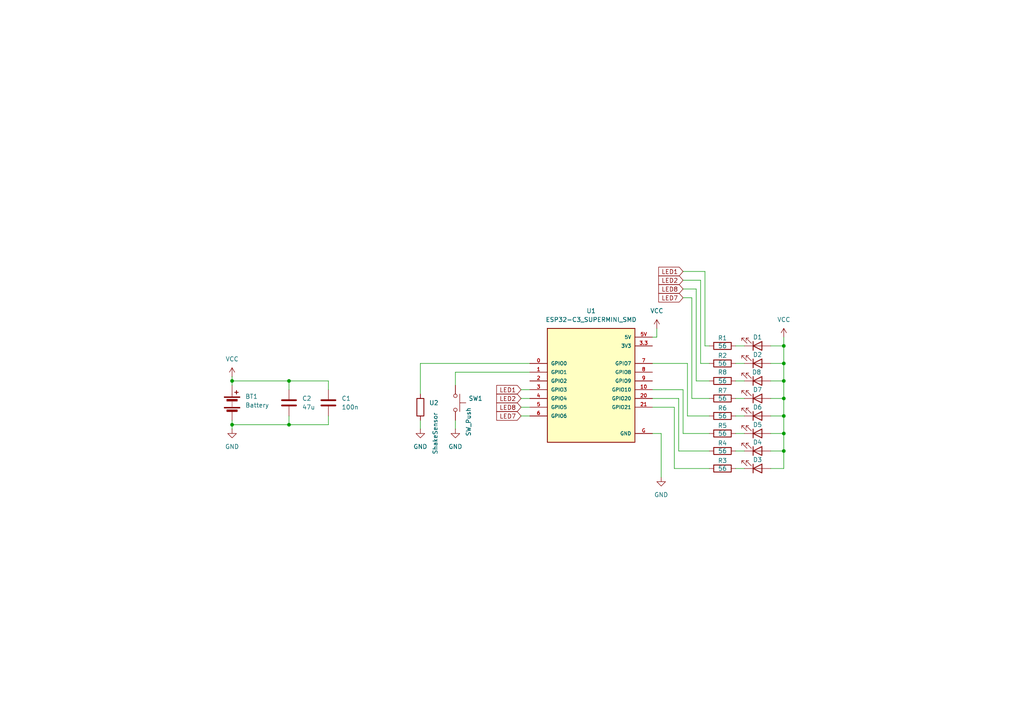
<source format=kicad_sch>
(kicad_sch (version 20250114) (generator "eeschema") (generator_version "9.0")
  (paper "A4")
  (title_block (title "hakkā board") (date "2025-09-24") (rev "0.5"))
  (lib_symbols
    (symbol "Device:Battery" (pin_numbers (hide yes)) (pin_names (offset 0) (hide yes))
      (property "Reference" "BT" (at 2.54 2.54 0))
      (property "Value" "Battery" (at 2.54 0 0))
      (symbol "Battery_0_1"
        (rectangle (start -2.286 1.778) (end 2.286 1.524) (fill (type outline)))
        (rectangle (start -2.286 -1.27) (end 2.286 -1.524) (fill (type outline)))
        (rectangle (start -1.524 1.016) (end 1.524 0.508) (fill (type outline)))
        (rectangle (start -1.524 -2.032) (end 1.524 -2.54) (fill (type outline)))
        (polyline (pts (xy 0 1.778) (xy 0 2.54)))
        (polyline (pts (xy 0 0) (xy 0 0.254)))
        (polyline (pts (xy 0 -0.508) (xy 0 -0.254)))
        (polyline (pts (xy 0 -1.016) (xy 0 -0.762)))
        (polyline (pts (xy 0.762 3.048) (xy 1.778 3.048)) (stroke (width 0.254)))
        (polyline (pts (xy 1.27 3.556) (xy 1.27 2.54)) (stroke (width 0.254)))
      )
      (symbol "Battery_1_1"
        (pin passive line (at 0 5.08 270) (length 2.54) (name "+") (number "1"))
        (pin passive line (at 0 -5.08 90) (length 2.54) (name "-") (number "2"))
      )
    )
    (symbol "Device:C" (pin_numbers (hide yes)) (pin_names (offset 0.254))
      (property "Reference" "C" (at 0.635 2.54 0))
      (property "Value" "C" (at 0.635 -2.54 0))
      (symbol "C_0_1"
        (polyline (pts (xy -2.032 0.762) (xy 2.032 0.762)) (stroke (width 0.508)))
        (polyline (pts (xy -2.032 -0.762) (xy 2.032 -0.762)) (stroke (width 0.508)))
      )
      (symbol "C_1_1"
        (pin passive line (at 0 3.81 270) (length 2.794) (name "~") (number "1"))
        (pin passive line (at 0 -3.81 90) (length 2.794) (name "~") (number "2"))
      )
    )
    (symbol "Device:LED" (pin_numbers (hide yes)) (pin_names (offset 1.016) (hide yes))
      (property "Reference" "D" (at 0 2.54 0))
      (property "Value" "LED" (at 0 -2.54 0))
      (symbol "LED_0_1"
        (polyline (pts (xy -3.048 -0.762) (xy -4.572 -2.286) (xy -3.81 -2.286) (xy -4.572 -2.286) (xy -4.572 -1.524)))
        (polyline (pts (xy -1.778 -0.762) (xy -3.302 -2.286) (xy -2.54 -2.286) (xy -3.302 -2.286) (xy -3.302 -1.524)))
        (polyline (pts (xy -1.27 0) (xy 1.27 0)))
        (polyline (pts (xy -1.27 -1.27) (xy -1.27 1.27)) (stroke (width 0.254)))
        (polyline (pts (xy 1.27 -1.27) (xy 1.27 1.27) (xy -1.27 0) (xy 1.27 -1.27)) (stroke (width 0.254)))
      )
      (symbol "LED_1_1"
        (pin passive line (at -3.81 0 0) (length 2.54) (name "K") (number "1"))
        (pin passive line (at 3.81 0 180) (length 2.54) (name "A") (number "2"))
      )
    )
    (symbol "Device:R" (pin_numbers (hide yes)) (pin_names (offset 0))
      (property "Reference" "R" (at 2.032 0 90))
      (property "Value" "R" (at 0 0 90))
      (symbol "R_0_1"
        (rectangle (start -1.016 -2.54) (end 1.016 2.54) (stroke (width 0.254)))
      )
      (symbol "R_1_1"
        (pin passive line (at 0 3.81 270) (length 1.27) (name "~") (number "1"))
        (pin passive line (at 0 -3.81 90) (length 1.27) (name "~") (number "2"))
      )
    )
    (symbol "ESP32-C3_SUPERMINI_SMD:ESP32-C3_SUPERMINI_SMD" (pin_names (offset 1.016))
      (property "Reference" "U" (at -12.7 16.002 0))
      (property "Value" "ESP32-C3_SUPERMINI_SMD" (at -12.7 -20.32 0))
      (symbol "ESP32-C3_SUPERMINI_SMD_0_0"
        (rectangle (start -12.7 -17.78) (end 12.7 15.24) (stroke (width 0.254)) (fill (type background)))
        (pin bidirectional line (at -17.78 5.08 0) (length 5.08) (name "GPIO0") (number "0"))
        (pin bidirectional line (at -17.78 2.54 0) (length 5.08) (name "GPIO1") (number "1"))
        (pin bidirectional line (at -17.78 0 0) (length 5.08) (name "GPIO2") (number "2"))
        (pin bidirectional line (at -17.78 -2.54 0) (length 5.08) (name "GPIO3") (number "3"))
        (pin bidirectional line (at -17.78 -5.08 0) (length 5.08) (name "GPIO4") (number "4"))
        (pin bidirectional line (at -17.78 -7.62 0) (length 5.08) (name "GPIO5") (number "5"))
        (pin bidirectional line (at -17.78 -10.16 0) (length 5.08) (name "GPIO6") (number "6"))
        (pin power_in line (at 17.78 12.7 180) (length 5.08) (name "5V") (number "5V"))
        (pin power_in line (at 17.78 10.16 180) (length 5.08) (name "3V3") (number "3.3"))
        (pin bidirectional line (at 17.78 5.08 180) (length 5.08) (name "GPIO7") (number "7"))
        (pin bidirectional line (at 17.78 2.54 180) (length 5.08) (name "GPIO8") (number "8"))
        (pin bidirectional line (at 17.78 0 180) (length 5.08) (name "GPIO9") (number "9"))
        (pin bidirectional line (at 17.78 -2.54 180) (length 5.08) (name "GPIO10") (number "10"))
        (pin bidirectional line (at 17.78 -5.08 180) (length 5.08) (name "GPIO20") (number "20"))
        (pin bidirectional line (at 17.78 -7.62 180) (length 5.08) (name "GPIO21") (number "21"))
        (pin power_in line (at 17.78 -15.24 180) (length 5.08) (name "GND") (number "G"))
      )
    )
    (symbol "Switch:SW_Push" (pin_numbers (hide yes)) (pin_names (offset 1.016) (hide yes))
      (property "Reference" "SW" (at 1.27 2.54 0))
      (property "Value" "SW_Push" (at 0 -1.524 0))
      (symbol "SW_Push_0_1"
        (circle (center -2.032 0) (radius 0.508))
        (polyline (pts (xy 0 1.27) (xy 0 3.048)))
        (circle (center 2.032 0) (radius 0.508))
        (polyline (pts (xy 2.54 1.27) (xy -2.54 1.27)))
        (pin passive line (at -5.08 0 0) (length 2.54) (name "1") (number "1"))
        (pin passive line (at 5.08 0 180) (length 2.54) (name "2") (number "2"))
      )
    )
    (symbol "power:GND" (power) (pin_numbers (hide yes)) (pin_names (offset 0) (hide yes))
      (property "Value" "GND" (at 0 -3.81 0))
      (symbol "GND_0_1"
        (polyline (pts (xy 0 0) (xy 0 -1.27) (xy 1.27 -1.27) (xy 0 -2.54) (xy -1.27 -1.27) (xy 0 -1.27)))
      )
      (symbol "GND_1_1"
        (pin power_in line (at 0 0 270) (length 0) (name "~") (number "1"))
      )
    )
    (symbol "power:VCC" (power) (pin_numbers (hide yes)) (pin_names (offset 0) (hide yes))
      (property "Value" "VCC" (at 0 3.556 0))
      (symbol "VCC_0_1"
        (polyline (pts (xy -0.762 1.27) (xy 0 2.54)))
        (polyline (pts (xy 0 2.54) (xy 0.762 1.27)))
        (polyline (pts (xy 0 0) (xy 0 2.54)))
      )
      (symbol "VCC_1_1"
        (pin power_in line (at 0 0 90) (length 0) (name "~") (number "1"))
      )
    )
  )
  (junction (at 83.82 123.19))
  (junction (at 227.33 105.41))
  (junction (at 227.33 115.57))
  (junction (at 227.33 110.49))
  (junction (at 227.33 100.33))
  (junction (at 227.33 125.73))
  (junction (at 227.33 130.81))
  (junction (at 67.31 123.19))
  (junction (at 227.33 120.65))
  (junction (at 67.31 110.49))
  (junction (at 83.82 110.49))
  (wire (pts (xy 196.85 130.81) (xy 196.85 115.57)))
  (wire (pts (xy 67.31 110.49) (xy 83.82 110.49)))
  (wire (pts (xy 189.23 118.11) (xy 195.58 118.11)))
  (wire (pts (xy 200.66 86.36) (xy 200.66 115.57)))
  (wire (pts (xy 151.13 118.11) (xy 153.67 118.11)))
  (wire (pts (xy 151.13 120.65) (xy 153.67 120.65)))
  (wire (pts (xy 215.9 110.49) (xy 213.36 110.49)))
  (wire (pts (xy 201.93 83.82) (xy 198.12 83.82)))
  (wire (pts (xy 215.9 100.33) (xy 213.36 100.33)))
  (wire (pts (xy 83.82 123.19) (xy 83.82 120.65)))
  (wire (pts (xy 132.08 121.92) (xy 132.08 124.46)))
  (wire (pts (xy 227.33 130.81) (xy 227.33 125.73)))
  (wire (pts (xy 67.31 123.19) (xy 67.31 124.46)))
  (wire (pts (xy 227.33 135.89) (xy 223.52 135.89)))
  (wire (pts (xy 151.13 113.03) (xy 153.67 113.03)))
  (wire (pts (xy 67.31 121.92) (xy 67.31 123.19)))
  (wire (pts (xy 189.23 125.73) (xy 191.77 125.73)))
  (wire (pts (xy 203.2 81.28) (xy 198.12 81.28)))
  (wire (pts (xy 227.33 105.41) (xy 227.33 110.49)))
  (wire (pts (xy 215.9 130.81) (xy 213.36 130.81)))
  (wire (pts (xy 200.66 86.36) (xy 198.12 86.36)))
  (wire (pts (xy 205.74 110.49) (xy 201.93 110.49)))
  (wire (pts (xy 198.12 113.03) (xy 198.12 125.73)))
  (wire (pts (xy 198.12 125.73) (xy 205.74 125.73)))
  (wire (pts (xy 121.92 121.92) (xy 121.92 124.46)))
  (wire (pts (xy 203.2 105.41) (xy 203.2 81.28)))
  (wire (pts (xy 83.82 110.49) (xy 83.82 113.03)))
  (wire (pts (xy 227.33 100.33) (xy 227.33 97.79)))
  (wire (pts (xy 227.33 120.65) (xy 223.52 120.65)))
  (wire (pts (xy 199.39 105.41) (xy 199.39 120.65)))
  (wire (pts (xy 189.23 113.03) (xy 198.12 113.03)))
  (wire (pts (xy 215.9 135.89) (xy 213.36 135.89)))
  (wire (pts (xy 191.77 125.73) (xy 191.77 138.43)))
  (wire (pts (xy 67.31 110.49) (xy 67.31 111.76)))
  (wire (pts (xy 227.33 110.49) (xy 223.52 110.49)))
  (wire (pts (xy 215.9 125.73) (xy 213.36 125.73)))
  (wire (pts (xy 195.58 135.89) (xy 205.74 135.89)))
  (wire (pts (xy 121.92 105.41) (xy 121.92 114.3)))
  (wire (pts (xy 121.92 105.41) (xy 153.67 105.41)))
  (wire (pts (xy 196.85 115.57) (xy 189.23 115.57)))
  (wire (pts (xy 227.33 105.41) (xy 223.52 105.41)))
  (wire (pts (xy 190.5 97.79) (xy 190.5 95.25)))
  (wire (pts (xy 215.9 115.57) (xy 213.36 115.57)))
  (wire (pts (xy 203.2 105.41) (xy 205.74 105.41)))
  (wire (pts (xy 227.33 125.73) (xy 227.33 120.65)))
  (wire (pts (xy 205.74 130.81) (xy 196.85 130.81)))
  (wire (pts (xy 227.33 115.57) (xy 223.52 115.57)))
  (wire (pts (xy 204.47 100.33) (xy 204.47 78.74)))
  (wire (pts (xy 223.52 100.33) (xy 227.33 100.33)))
  (wire (pts (xy 227.33 130.81) (xy 223.52 130.81)))
  (wire (pts (xy 132.08 107.95) (xy 153.67 107.95)))
  (wire (pts (xy 204.47 78.74) (xy 198.12 78.74)))
  (wire (pts (xy 227.33 100.33) (xy 227.33 105.41)))
  (wire (pts (xy 205.74 120.65) (xy 199.39 120.65)))
  (wire (pts (xy 83.82 123.19) (xy 95.25 123.19)))
  (wire (pts (xy 95.25 123.19) (xy 95.25 120.65)))
  (wire (pts (xy 67.31 109.22) (xy 67.31 110.49)))
  (wire (pts (xy 227.33 125.73) (xy 223.52 125.73)))
  (wire (pts (xy 151.13 115.57) (xy 153.67 115.57)))
  (wire (pts (xy 227.33 115.57) (xy 227.33 110.49)))
  (wire (pts (xy 83.82 110.49) (xy 95.25 110.49)))
  (wire (pts (xy 132.08 107.95) (xy 132.08 111.76)))
  (wire (pts (xy 199.39 105.41) (xy 189.23 105.41)))
  (wire (pts (xy 215.9 120.65) (xy 213.36 120.65)))
  (wire (pts (xy 67.31 123.19) (xy 83.82 123.19)))
  (wire (pts (xy 215.9 105.41) (xy 213.36 105.41)))
  (wire (pts (xy 195.58 118.11) (xy 195.58 135.89)))
  (wire (pts (xy 201.93 83.82) (xy 201.93 110.49)))
  (wire (pts (xy 200.66 115.57) (xy 205.74 115.57)))
  (wire (pts (xy 227.33 135.89) (xy 227.33 130.81)))
  (wire (pts (xy 227.33 120.65) (xy 227.33 115.57)))
  (wire (pts (xy 205.74 100.33) (xy 204.47 100.33)))
  (wire (pts (xy 95.25 110.49) (xy 95.25 113.03)))
  (wire (pts (xy 189.23 97.79) (xy 190.5 97.79)))
  (global_label "LED8" (shape input) (at 151.13 118.11 180) (property "Intersheetrefs" "${INTERSHEET_REFS}" (effects (hide yes))))
  (global_label "LED1" (shape input) (at 151.13 113.03 180) (property "Intersheetrefs" "${INTERSHEET_REFS}" (effects (hide yes))))
  (global_label "LED7" (shape input) (at 151.13 120.65 180) (property "Intersheetrefs" "${INTERSHEET_REFS}" (effects (hide yes))))
  (global_label "LED2" (shape input) (at 198.12 81.28 180) (property "Intersheetrefs" "${INTERSHEET_REFS}" (effects (hide yes))))
  (global_label "LED2" (shape input) (at 151.13 115.57 180) (property "Intersheetrefs" "${INTERSHEET_REFS}" (effects (hide yes))))
  (global_label "LED1" (shape input) (at 198.12 78.74 180) (property "Intersheetrefs" "${INTERSHEET_REFS}" (effects (hide yes))))
  (global_label "LED7" (shape input) (at 198.12 86.36 180) (property "Intersheetrefs" "${INTERSHEET_REFS}" (effects (hide yes))))
  (global_label "LED8" (shape input) (at 198.12 83.82 180) (property "Intersheetrefs" "${INTERSHEET_REFS}" (effects (hide yes))))
  (symbol (lib_id "Device:R") (at 209.55 115.57 270) (unit 1)
    (property "Reference" "R7" (at 209.55 113.284 90))
    (property "Value" "56" (at 209.55 115.57 90))
    (property "Footprint" "Resistor_SMD:R_0805_2012Metric_Pad1.20x1.40mm_HandSolder" (effects (hide yes)))
    (property "Description" "Resistor" (effects (hide yes)))
  )
  (symbol (lib_id "Device:LED") (at 219.71 115.57 0) (mirror x) (unit 1)
    (property "Reference" "D7" (at 219.71 113.03 0))
    (property "Value" "LED" (effects (hide yes)))
    (property "Footprint" "LED_flip:LED_Yuji_5730_flip" (effects (hide yes)))
    (property "Description" "Light emitting diode" (effects (hide yes)))
  )
  (symbol (lib_id "Device:C") (at 83.82 116.84 0) (unit 1)
    (property "Reference" "C2" (at 87.63 115.5699 0) (effects (justify left)))
    (property "Value" "47u" (at 87.63 118.1099 0) (effects (justify left)))
    (property "Footprint" "Capacitor_SMD:C_0805_2012Metric_Pad1.18x1.45mm_HandSolder" (effects (hide yes)))
    (property "Description" "Unpolarized capacitor" (effects (hide yes)))
  )
  (symbol (lib_id "power:VCC") (at 190.5 95.25 0) (unit 1)
    (property "Reference" "#PWR02" (effects (hide yes)))
    (property "Value" "VCC" (at 190.5 90.17 0))
    (property "Description" "Power symbol creates a global label with name \"VCC\"" (effects (hide yes)))
  )
  (symbol (lib_id "Device:R") (at 209.55 100.33 90) (mirror x) (unit 1)
    (property "Reference" "R1" (at 209.55 98.044 90))
    (property "Value" "56" (at 209.55 100.33 90))
    (property "Footprint" "Resistor_SMD:R_0805_2012Metric_Pad1.20x1.40mm_HandSolder" (effects (hide yes)))
    (property "Description" "Resistor" (effects (hide yes)))
  )
  (symbol (lib_id "power:GND") (at 121.92 124.46 0) (unit 1)
    (property "Reference" "#PWR011" (effects (hide yes)))
    (property "Value" "GND" (at 121.92 129.54 0))
    (property "Description" "Power symbol creates a global label with name \"GND\" , ground" (effects (hide yes)))
  )
  (symbol (lib_id "Device:R") (at 209.55 130.81 270) (unit 1)
    (property "Reference" "R4" (at 209.55 128.524 90))
    (property "Value" "56" (at 209.55 130.81 90))
    (property "Footprint" "Resistor_SMD:R_0805_2012Metric_Pad1.20x1.40mm_HandSolder" (effects (hide yes)))
    (property "Description" "Resistor" (effects (hide yes)))
  )
  (symbol (lib_id "Device:LED") (at 219.71 120.65 0) (mirror x) (unit 1)
    (property "Reference" "D6" (at 219.71 118.11 0))
    (property "Value" "LED" (effects (hide yes)))
    (property "Footprint" "LED_flip:LED_Yuji_5730_flip" (effects (hide yes)))
    (property "Description" "Light emitting diode" (effects (hide yes)))
  )
  (symbol (lib_id "Device:LED") (at 219.71 125.73 0) (mirror x) (unit 1)
    (property "Reference" "D5" (at 219.71 123.19 0))
    (property "Value" "LED" (effects (hide yes)))
    (property "Footprint" "LED_flip:LED_Yuji_5730_flip" (effects (hide yes)))
    (property "Description" "Light emitting diode" (effects (hide yes)))
  )
  (symbol (lib_id "power:GND") (at 132.08 124.46 0) (unit 1)
    (property "Reference" "#PWR03" (effects (hide yes)))
    (property "Value" "GND" (at 132.08 129.54 0))
    (property "Description" "Power symbol creates a global label with name \"GND\" , ground" (effects (hide yes)))
  )
  (symbol (lib_id "power:VCC") (at 67.31 109.22 0) (unit 1)
    (property "Reference" "#PWR04" (effects (hide yes)))
    (property "Value" "VCC" (at 67.31 104.14 0))
    (property "Description" "Power symbol creates a global label with name \"VCC\"" (effects (hide yes)))
  )
  (symbol (lib_id "Device:LED") (at 219.71 100.33 0) (mirror x) (unit 1)
    (property "Reference" "D1" (at 219.71 97.79 0))
    (property "Value" "LED" (effects (hide yes)))
    (property "Footprint" "LED_flip:LED_Yuji_5730_flip" (effects (hide yes)))
    (property "Description" "Light emitting diode" (effects (hide yes)))
  )
  (symbol (lib_id "Switch:SW_Push") (at 132.08 116.84 270) (unit 1)
    (property "Reference" "SW1" (at 135.89 115.5699 90) (effects (justify left)))
    (property "Value" "SW_Push" (at 135.89 118.1099 0) (effects (justify left)))
    (property "Footprint" "Button_Switch_SMD:SW_SPST_B3U-1000P" (effects (hide yes)))
    (property "Description" "Push button switch, generic, two pins" (effects (hide yes)))
  )
  (symbol (lib_id "Device:LED") (at 219.71 135.89 0) (mirror x) (unit 1)
    (property "Reference" "D3" (at 219.71 133.35 0))
    (property "Value" "LED" (effects (hide yes)))
    (property "Footprint" "LED_flip:LED_Yuji_5730_flip" (effects (hide yes)))
    (property "Description" "Light emitting diode" (effects (hide yes)))
  )
  (symbol (lib_id "Device:C") (at 95.25 116.84 0) (unit 1)
    (property "Reference" "C1" (at 99.06 115.5699 0) (effects (justify left)))
    (property "Value" "100n" (at 99.06 118.11 0) (effects (justify left)))
    (property "Footprint" "Capacitor_SMD:C_0805_2012Metric_Pad1.18x1.45mm_HandSolder" (effects (hide yes)))
    (property "Description" "Unpolarized capacitor" (effects (hide yes)))
  )
  (symbol (lib_id "power:GND") (at 67.31 124.46 0) (unit 1)
    (property "Reference" "#PWR07" (effects (hide yes)))
    (property "Value" "GND" (at 67.31 129.54 0))
    (property "Description" "Power symbol creates a global label with name \"GND\" , ground" (effects (hide yes)))
  )
  (symbol (lib_id "Device:R") (at 209.55 110.49 270) (unit 1)
    (property "Reference" "R8" (at 209.55 107.95 90))
    (property "Value" "56" (at 209.55 110.49 90))
    (property "Footprint" "Resistor_SMD:R_0805_2012Metric_Pad1.20x1.40mm_HandSolder" (effects (hide yes)))
    (property "Description" "Resistor" (effects (hide yes)))
  )
  (symbol (lib_id "Device:R") (at 209.55 105.41 90) (mirror x) (unit 1)
    (property "Reference" "R2" (at 209.55 103.124 90))
    (property "Value" "56" (at 209.55 105.41 90))
    (property "Footprint" "Resistor_SMD:R_0805_2012Metric_Pad1.20x1.40mm_HandSolder" (effects (hide yes)))
    (property "Description" "Resistor" (effects (hide yes)))
  )
  (symbol (lib_id "Device:LED") (at 219.71 110.49 0) (mirror x) (unit 1)
    (property "Reference" "D8" (at 219.456 107.95 0))
    (property "Value" "LED" (effects (hide yes)))
    (property "Footprint" "LED_flip:LED_Yuji_5730_flip" (effects (hide yes)))
    (property "Description" "Light emitting diode" (effects (hide yes)))
  )
  (symbol (lib_id "ESP32-C3_SUPERMINI_SMD:ESP32-C3_SUPERMINI_SMD") (at 171.45 110.49 0) (unit 1)
    (property "Reference" "U1" (at 171.45 90.17 0))
    (property "Value" "ESP32-C3_SUPERMINI_SMD" (at 171.45 92.71 0))
    (property "Footprint" "ESPPov:MODULE_ESP32-C3_SUPERMINI" (effects (hide yes)))
    (property "MF" "Espressif Systems" (effects (hide yes)))
    (property "MAXIMUM_PACKAGE_HEIGHT" "4.2mm" (effects (hide yes)))
    (property "Package" "None" (effects (hide yes)))
    (property "Price" "None" (effects (hide yes)))
    (property "Check_prices" "https://www.snapeda.com/parts/ESP32-C3%20SuperMini_SMD/Espressif+Systems/view-part/?ref=eda" (effects (hide yes)))
    (property "STANDARD" "Manufacturer Recommendations" (effects (hide yes)))
    (property "SnapEDA_Link" "https://www.snapeda.com/parts/ESP32-C3%20SuperMini_SMD/Espressif+Systems/view-part/?ref=snap" (effects (hide yes)))
    (property "MP" "ESP32-C3 SuperMini_SMD" (effects (hide yes)))
    (property "Description_1" "Super tiny ESP32-C3 board" (effects (hide yes)))
    (property "Availability" "Not in stock" (effects (hide yes)))
    (property "MANUFACTURER" "Espressif" (effects (hide yes)))
  )
  (symbol (lib_id "Device:R") (at 209.55 135.89 270) (unit 1)
    (property "Reference" "R3" (at 209.55 133.604 90))
    (property "Value" "56" (at 209.55 135.89 90))
    (property "Footprint" "Resistor_SMD:R_0805_2012Metric_Pad1.20x1.40mm_HandSolder" (effects (hide yes)))
    (property "Description" "Resistor" (effects (hide yes)))
  )
  (symbol (lib_id "Device:R") (at 121.92 118.11 0) (unit 1)
    (property "Reference" "U2" (at 124.46 116.8399 0) (effects (justify left)))
    (property "Value" "ShakeSensor" (at 126.238 131.826 90) (effects (justify left)))
    (property "Footprint" "Resistor_THT:R_Axial_DIN0411_L9.9mm_D3.6mm_P12.70mm_Horizontal" (effects (hide yes)))
    (property "Description" "Resistor" (effects (hide yes)))
  )
  (symbol (lib_id "Device:R") (at 209.55 120.65 270) (unit 1)
    (property "Reference" "R6" (at 209.55 118.364 90))
    (property "Value" "56" (at 209.55 120.65 90))
    (property "Footprint" "Resistor_SMD:R_0805_2012Metric_Pad1.20x1.40mm_HandSolder" (effects (hide yes)))
    (property "Description" "Resistor" (effects (hide yes)))
  )
  (symbol (lib_id "power:GND") (at 191.77 138.43 0) (unit 1)
    (property "Reference" "#PWR08" (effects (hide yes)))
    (property "Value" "GND" (at 191.77 143.51 0))
    (property "Description" "Power symbol creates a global label with name \"GND\" , ground" (effects (hide yes)))
  )
  (symbol (lib_id "Device:Battery") (at 67.31 116.84 0) (unit 1)
    (property "Reference" "BT1" (at 71.12 114.9984 0) (effects (justify left)))
    (property "Value" "Battery" (at 71.12 117.5384 0) (effects (justify left)))
    (property "Footprint" "Battery:BatteryHolder_Keystone_2479_3xAAA" (effects (hide yes)))
    (property "Description" "Multiple-cell battery" (effects (hide yes)))
  )
  (symbol (lib_id "power:VCC") (at 227.33 97.79 0) (unit 1)
    (property "Reference" "#PWR05" (effects (hide yes)))
    (property "Value" "VCC" (at 227.33 92.71 0))
    (property "Description" "Power symbol creates a global label with name \"VCC\"" (effects (hide yes)))
  )
  (symbol (lib_id "Device:R") (at 209.55 125.73 270) (unit 1)
    (property "Reference" "R5" (at 209.55 123.444 90))
    (property "Value" "56" (at 209.55 125.73 90))
    (property "Footprint" "Resistor_SMD:R_0805_2012Metric_Pad1.20x1.40mm_HandSolder" (effects (hide yes)))
    (property "Description" "Resistor" (effects (hide yes)))
  )
  (symbol (lib_id "Device:LED") (at 219.71 105.41 0) (mirror x) (unit 1)
    (property "Reference" "D2" (at 219.71 102.87 0))
    (property "Value" "LED" (effects (hide yes)))
    (property "Footprint" "LED_flip:LED_Yuji_5730_flip" (effects (hide yes)))
    (property "Description" "Light emitting diode" (effects (hide yes)))
  )
  (symbol (lib_id "Device:LED") (at 219.71 130.81 0) (mirror x) (unit 1)
    (property "Reference" "D4" (at 219.71 128.27 0))
    (property "Value" "LED" (effects (hide yes)))
    (property "Footprint" "LED_flip:LED_Yuji_5730_flip" (effects (hide yes)))
    (property "Description" "Light emitting diode" (effects (hide yes)))
  )
)
</source>
